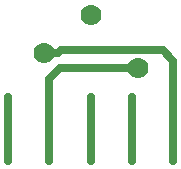
<source format=gtl>
G04 #@! TF.FileFunction,Copper,L1,Top,Signal*
%FSLAX46Y46*%
G04 Gerber Fmt 4.6, Leading zero omitted, Abs format (unit mm)*
G04 Created by KiCad (PCBNEW 4.0.7) date 04/26/18 14:09:24*
%MOMM*%
%LPD*%
G01*
G04 APERTURE LIST*
%ADD10C,0.100000*%
%ADD11C,1.778000*%
%ADD12C,0.609600*%
%ADD13C,0.635000*%
G04 APERTURE END LIST*
D10*
D11*
X139700000Y-114300000D03*
X135700000Y-117550000D03*
X143700000Y-118800000D03*
D12*
X143200000Y-121300000D03*
X139700000Y-121300000D03*
X132700000Y-121300000D03*
X146700000Y-121300000D03*
X136200000Y-121300000D03*
D13*
X143200000Y-121300000D02*
X143200000Y-126700000D01*
X139700000Y-121300000D02*
X139700000Y-126700000D01*
X132700000Y-121300000D02*
X132700000Y-126700000D01*
X135700000Y-117550000D02*
X136957235Y-117550000D01*
X136957235Y-117550000D02*
X137207235Y-117300000D01*
X146700000Y-118200000D02*
X146700000Y-119751234D01*
X137207235Y-117300000D02*
X145800000Y-117300000D01*
X145800000Y-117300000D02*
X146700000Y-118200000D01*
X146700000Y-119751234D02*
X146700000Y-121300000D01*
X146700000Y-126700000D02*
X146700000Y-121300000D01*
X136200000Y-121300000D02*
X136200000Y-126700000D01*
X136200000Y-119700000D02*
X136200000Y-121300000D01*
X137100000Y-118800000D02*
X136200000Y-119700000D01*
X142442765Y-118800000D02*
X137100000Y-118800000D01*
X143700000Y-118800000D02*
X142442765Y-118800000D01*
M02*

</source>
